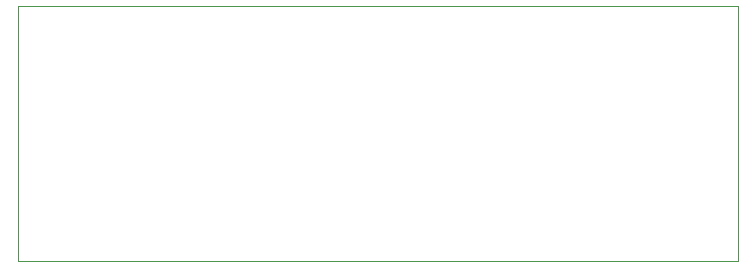
<source format=gbr>
G04 #@! TF.GenerationSoftware,KiCad,Pcbnew,5.1.4+dfsg1-1*
G04 #@! TF.CreationDate,2019-12-22T14:50:52-06:00*
G04 #@! TF.ProjectId,oxidized_flash,6f786964-697a-4656-945f-666c6173682e,rev?*
G04 #@! TF.SameCoordinates,Original*
G04 #@! TF.FileFunction,Profile,NP*
%FSLAX46Y46*%
G04 Gerber Fmt 4.6, Leading zero omitted, Abs format (unit mm)*
G04 Created by KiCad (PCBNEW 5.1.4+dfsg1-1) date 2019-12-22 14:50:52*
%MOMM*%
%LPD*%
G04 APERTURE LIST*
%ADD10C,0.050000*%
G04 APERTURE END LIST*
D10*
X24130000Y-22860000D02*
X24130000Y-41910000D01*
X24130000Y-41910000D02*
X85090000Y-41910000D01*
X24130000Y-22860000D02*
X24130000Y-20320000D01*
X24130000Y-20320000D02*
X85090000Y-20320000D01*
X85090000Y-20320000D02*
X85090000Y-41910000D01*
M02*

</source>
